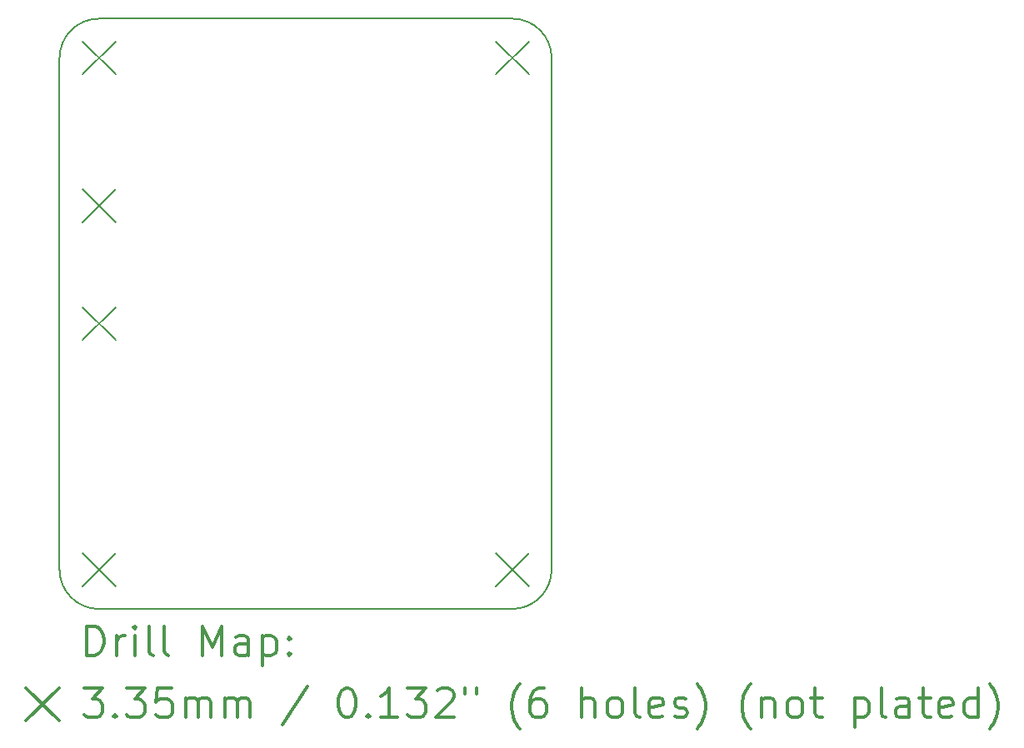
<source format=gbr>
%FSLAX45Y45*%
G04 Gerber Fmt 4.5, Leading zero omitted, Abs format (unit mm)*
G04 Created by KiCad (PCBNEW (5.1.5)-3) date 2020-09-07 21:35:08*
%MOMM*%
%LPD*%
G04 APERTURE LIST*
%TA.AperFunction,Profile*%
%ADD10C,0.150000*%
%TD*%
%ADD11C,0.200000*%
%ADD12C,0.300000*%
G04 APERTURE END LIST*
D10*
X0Y5600000D02*
G75*
G02X400000Y6000000I400000J0D01*
G01*
X400000Y0D02*
G75*
G02X0Y400000I0J400000D01*
G01*
X5000000Y400000D02*
G75*
G02X4600000Y0I-400000J0D01*
G01*
X4600000Y6000000D02*
G75*
G02X5000000Y5600000I0J-400000D01*
G01*
X400000Y0D02*
X4600000Y0D01*
X400000Y6000000D02*
X4600000Y6000000D01*
X5000000Y400000D02*
X5000000Y5600000D01*
X0Y400000D02*
X0Y5600000D01*
D11*
X232500Y567500D02*
X567500Y232500D01*
X567500Y567500D02*
X232500Y232500D01*
X232500Y3067500D02*
X567500Y2732500D01*
X567500Y3067500D02*
X232500Y2732500D01*
X232500Y4267500D02*
X567500Y3932500D01*
X567500Y4267500D02*
X232500Y3932500D01*
X232500Y5767500D02*
X567500Y5432500D01*
X567500Y5767500D02*
X232500Y5432500D01*
X4432500Y5767500D02*
X4767500Y5432500D01*
X4767500Y5767500D02*
X4432500Y5432500D01*
X4432500Y567500D02*
X4767500Y232500D01*
X4767500Y567500D02*
X4432500Y232500D01*
D12*
X278928Y-473214D02*
X278928Y-173214D01*
X350357Y-173214D01*
X393214Y-187500D01*
X421786Y-216071D01*
X436071Y-244643D01*
X450357Y-301786D01*
X450357Y-344643D01*
X436071Y-401786D01*
X421786Y-430357D01*
X393214Y-458929D01*
X350357Y-473214D01*
X278928Y-473214D01*
X578928Y-473214D02*
X578928Y-273214D01*
X578928Y-330357D02*
X593214Y-301786D01*
X607500Y-287500D01*
X636071Y-273214D01*
X664643Y-273214D01*
X764643Y-473214D02*
X764643Y-273214D01*
X764643Y-173214D02*
X750357Y-187500D01*
X764643Y-201786D01*
X778928Y-187500D01*
X764643Y-173214D01*
X764643Y-201786D01*
X950357Y-473214D02*
X921786Y-458929D01*
X907500Y-430357D01*
X907500Y-173214D01*
X1107500Y-473214D02*
X1078928Y-458929D01*
X1064643Y-430357D01*
X1064643Y-173214D01*
X1450357Y-473214D02*
X1450357Y-173214D01*
X1550357Y-387500D01*
X1650357Y-173214D01*
X1650357Y-473214D01*
X1921786Y-473214D02*
X1921786Y-316072D01*
X1907500Y-287500D01*
X1878928Y-273214D01*
X1821786Y-273214D01*
X1793214Y-287500D01*
X1921786Y-458929D02*
X1893214Y-473214D01*
X1821786Y-473214D01*
X1793214Y-458929D01*
X1778928Y-430357D01*
X1778928Y-401786D01*
X1793214Y-373214D01*
X1821786Y-358929D01*
X1893214Y-358929D01*
X1921786Y-344643D01*
X2064643Y-273214D02*
X2064643Y-573214D01*
X2064643Y-287500D02*
X2093214Y-273214D01*
X2150357Y-273214D01*
X2178928Y-287500D01*
X2193214Y-301786D01*
X2207500Y-330357D01*
X2207500Y-416071D01*
X2193214Y-444643D01*
X2178928Y-458929D01*
X2150357Y-473214D01*
X2093214Y-473214D01*
X2064643Y-458929D01*
X2336071Y-444643D02*
X2350357Y-458929D01*
X2336071Y-473214D01*
X2321786Y-458929D01*
X2336071Y-444643D01*
X2336071Y-473214D01*
X2336071Y-287500D02*
X2350357Y-301786D01*
X2336071Y-316072D01*
X2321786Y-301786D01*
X2336071Y-287500D01*
X2336071Y-316072D01*
X-342500Y-800000D02*
X-7500Y-1135000D01*
X-7500Y-800000D02*
X-342500Y-1135000D01*
X250357Y-803214D02*
X436071Y-803214D01*
X336071Y-917500D01*
X378928Y-917500D01*
X407500Y-931786D01*
X421786Y-946071D01*
X436071Y-974643D01*
X436071Y-1046071D01*
X421786Y-1074643D01*
X407500Y-1088929D01*
X378928Y-1103214D01*
X293214Y-1103214D01*
X264643Y-1088929D01*
X250357Y-1074643D01*
X564643Y-1074643D02*
X578928Y-1088929D01*
X564643Y-1103214D01*
X550357Y-1088929D01*
X564643Y-1074643D01*
X564643Y-1103214D01*
X678928Y-803214D02*
X864643Y-803214D01*
X764643Y-917500D01*
X807500Y-917500D01*
X836071Y-931786D01*
X850357Y-946071D01*
X864643Y-974643D01*
X864643Y-1046071D01*
X850357Y-1074643D01*
X836071Y-1088929D01*
X807500Y-1103214D01*
X721786Y-1103214D01*
X693214Y-1088929D01*
X678928Y-1074643D01*
X1136071Y-803214D02*
X993214Y-803214D01*
X978928Y-946071D01*
X993214Y-931786D01*
X1021786Y-917500D01*
X1093214Y-917500D01*
X1121786Y-931786D01*
X1136071Y-946071D01*
X1150357Y-974643D01*
X1150357Y-1046071D01*
X1136071Y-1074643D01*
X1121786Y-1088929D01*
X1093214Y-1103214D01*
X1021786Y-1103214D01*
X993214Y-1088929D01*
X978928Y-1074643D01*
X1278928Y-1103214D02*
X1278928Y-903214D01*
X1278928Y-931786D02*
X1293214Y-917500D01*
X1321786Y-903214D01*
X1364643Y-903214D01*
X1393214Y-917500D01*
X1407500Y-946071D01*
X1407500Y-1103214D01*
X1407500Y-946071D02*
X1421786Y-917500D01*
X1450357Y-903214D01*
X1493214Y-903214D01*
X1521786Y-917500D01*
X1536071Y-946071D01*
X1536071Y-1103214D01*
X1678928Y-1103214D02*
X1678928Y-903214D01*
X1678928Y-931786D02*
X1693214Y-917500D01*
X1721786Y-903214D01*
X1764643Y-903214D01*
X1793214Y-917500D01*
X1807500Y-946071D01*
X1807500Y-1103214D01*
X1807500Y-946071D02*
X1821786Y-917500D01*
X1850357Y-903214D01*
X1893214Y-903214D01*
X1921786Y-917500D01*
X1936071Y-946071D01*
X1936071Y-1103214D01*
X2521786Y-788929D02*
X2264643Y-1174643D01*
X2907500Y-803214D02*
X2936071Y-803214D01*
X2964643Y-817500D01*
X2978928Y-831786D01*
X2993214Y-860357D01*
X3007500Y-917500D01*
X3007500Y-988929D01*
X2993214Y-1046071D01*
X2978928Y-1074643D01*
X2964643Y-1088929D01*
X2936071Y-1103214D01*
X2907500Y-1103214D01*
X2878928Y-1088929D01*
X2864643Y-1074643D01*
X2850357Y-1046071D01*
X2836071Y-988929D01*
X2836071Y-917500D01*
X2850357Y-860357D01*
X2864643Y-831786D01*
X2878928Y-817500D01*
X2907500Y-803214D01*
X3136071Y-1074643D02*
X3150357Y-1088929D01*
X3136071Y-1103214D01*
X3121786Y-1088929D01*
X3136071Y-1074643D01*
X3136071Y-1103214D01*
X3436071Y-1103214D02*
X3264643Y-1103214D01*
X3350357Y-1103214D02*
X3350357Y-803214D01*
X3321786Y-846071D01*
X3293214Y-874643D01*
X3264643Y-888929D01*
X3536071Y-803214D02*
X3721786Y-803214D01*
X3621786Y-917500D01*
X3664643Y-917500D01*
X3693214Y-931786D01*
X3707500Y-946071D01*
X3721786Y-974643D01*
X3721786Y-1046071D01*
X3707500Y-1074643D01*
X3693214Y-1088929D01*
X3664643Y-1103214D01*
X3578928Y-1103214D01*
X3550357Y-1088929D01*
X3536071Y-1074643D01*
X3836071Y-831786D02*
X3850357Y-817500D01*
X3878928Y-803214D01*
X3950357Y-803214D01*
X3978928Y-817500D01*
X3993214Y-831786D01*
X4007500Y-860357D01*
X4007500Y-888929D01*
X3993214Y-931786D01*
X3821786Y-1103214D01*
X4007500Y-1103214D01*
X4121786Y-803214D02*
X4121786Y-860357D01*
X4236071Y-803214D02*
X4236071Y-860357D01*
X4678928Y-1217500D02*
X4664643Y-1203214D01*
X4636071Y-1160357D01*
X4621786Y-1131786D01*
X4607500Y-1088929D01*
X4593214Y-1017500D01*
X4593214Y-960357D01*
X4607500Y-888929D01*
X4621786Y-846071D01*
X4636071Y-817500D01*
X4664643Y-774643D01*
X4678928Y-760357D01*
X4921786Y-803214D02*
X4864643Y-803214D01*
X4836071Y-817500D01*
X4821786Y-831786D01*
X4793214Y-874643D01*
X4778928Y-931786D01*
X4778928Y-1046071D01*
X4793214Y-1074643D01*
X4807500Y-1088929D01*
X4836071Y-1103214D01*
X4893214Y-1103214D01*
X4921786Y-1088929D01*
X4936071Y-1074643D01*
X4950357Y-1046071D01*
X4950357Y-974643D01*
X4936071Y-946071D01*
X4921786Y-931786D01*
X4893214Y-917500D01*
X4836071Y-917500D01*
X4807500Y-931786D01*
X4793214Y-946071D01*
X4778928Y-974643D01*
X5307500Y-1103214D02*
X5307500Y-803214D01*
X5436071Y-1103214D02*
X5436071Y-946071D01*
X5421786Y-917500D01*
X5393214Y-903214D01*
X5350357Y-903214D01*
X5321786Y-917500D01*
X5307500Y-931786D01*
X5621786Y-1103214D02*
X5593214Y-1088929D01*
X5578928Y-1074643D01*
X5564643Y-1046071D01*
X5564643Y-960357D01*
X5578928Y-931786D01*
X5593214Y-917500D01*
X5621786Y-903214D01*
X5664643Y-903214D01*
X5693214Y-917500D01*
X5707500Y-931786D01*
X5721786Y-960357D01*
X5721786Y-1046071D01*
X5707500Y-1074643D01*
X5693214Y-1088929D01*
X5664643Y-1103214D01*
X5621786Y-1103214D01*
X5893214Y-1103214D02*
X5864643Y-1088929D01*
X5850357Y-1060357D01*
X5850357Y-803214D01*
X6121786Y-1088929D02*
X6093214Y-1103214D01*
X6036071Y-1103214D01*
X6007500Y-1088929D01*
X5993214Y-1060357D01*
X5993214Y-946071D01*
X6007500Y-917500D01*
X6036071Y-903214D01*
X6093214Y-903214D01*
X6121786Y-917500D01*
X6136071Y-946071D01*
X6136071Y-974643D01*
X5993214Y-1003214D01*
X6250357Y-1088929D02*
X6278928Y-1103214D01*
X6336071Y-1103214D01*
X6364643Y-1088929D01*
X6378928Y-1060357D01*
X6378928Y-1046071D01*
X6364643Y-1017500D01*
X6336071Y-1003214D01*
X6293214Y-1003214D01*
X6264643Y-988929D01*
X6250357Y-960357D01*
X6250357Y-946071D01*
X6264643Y-917500D01*
X6293214Y-903214D01*
X6336071Y-903214D01*
X6364643Y-917500D01*
X6478928Y-1217500D02*
X6493214Y-1203214D01*
X6521786Y-1160357D01*
X6536071Y-1131786D01*
X6550357Y-1088929D01*
X6564643Y-1017500D01*
X6564643Y-960357D01*
X6550357Y-888929D01*
X6536071Y-846071D01*
X6521786Y-817500D01*
X6493214Y-774643D01*
X6478928Y-760357D01*
X7021786Y-1217500D02*
X7007500Y-1203214D01*
X6978928Y-1160357D01*
X6964643Y-1131786D01*
X6950357Y-1088929D01*
X6936071Y-1017500D01*
X6936071Y-960357D01*
X6950357Y-888929D01*
X6964643Y-846071D01*
X6978928Y-817500D01*
X7007500Y-774643D01*
X7021786Y-760357D01*
X7136071Y-903214D02*
X7136071Y-1103214D01*
X7136071Y-931786D02*
X7150357Y-917500D01*
X7178928Y-903214D01*
X7221786Y-903214D01*
X7250357Y-917500D01*
X7264643Y-946071D01*
X7264643Y-1103214D01*
X7450357Y-1103214D02*
X7421786Y-1088929D01*
X7407500Y-1074643D01*
X7393214Y-1046071D01*
X7393214Y-960357D01*
X7407500Y-931786D01*
X7421786Y-917500D01*
X7450357Y-903214D01*
X7493214Y-903214D01*
X7521786Y-917500D01*
X7536071Y-931786D01*
X7550357Y-960357D01*
X7550357Y-1046071D01*
X7536071Y-1074643D01*
X7521786Y-1088929D01*
X7493214Y-1103214D01*
X7450357Y-1103214D01*
X7636071Y-903214D02*
X7750357Y-903214D01*
X7678928Y-803214D02*
X7678928Y-1060357D01*
X7693214Y-1088929D01*
X7721786Y-1103214D01*
X7750357Y-1103214D01*
X8078928Y-903214D02*
X8078928Y-1203214D01*
X8078928Y-917500D02*
X8107500Y-903214D01*
X8164643Y-903214D01*
X8193214Y-917500D01*
X8207500Y-931786D01*
X8221786Y-960357D01*
X8221786Y-1046071D01*
X8207500Y-1074643D01*
X8193214Y-1088929D01*
X8164643Y-1103214D01*
X8107500Y-1103214D01*
X8078928Y-1088929D01*
X8393214Y-1103214D02*
X8364643Y-1088929D01*
X8350357Y-1060357D01*
X8350357Y-803214D01*
X8636071Y-1103214D02*
X8636071Y-946071D01*
X8621786Y-917500D01*
X8593214Y-903214D01*
X8536071Y-903214D01*
X8507500Y-917500D01*
X8636071Y-1088929D02*
X8607500Y-1103214D01*
X8536071Y-1103214D01*
X8507500Y-1088929D01*
X8493214Y-1060357D01*
X8493214Y-1031786D01*
X8507500Y-1003214D01*
X8536071Y-988929D01*
X8607500Y-988929D01*
X8636071Y-974643D01*
X8736071Y-903214D02*
X8850357Y-903214D01*
X8778928Y-803214D02*
X8778928Y-1060357D01*
X8793214Y-1088929D01*
X8821786Y-1103214D01*
X8850357Y-1103214D01*
X9064643Y-1088929D02*
X9036071Y-1103214D01*
X8978928Y-1103214D01*
X8950357Y-1088929D01*
X8936071Y-1060357D01*
X8936071Y-946071D01*
X8950357Y-917500D01*
X8978928Y-903214D01*
X9036071Y-903214D01*
X9064643Y-917500D01*
X9078928Y-946071D01*
X9078928Y-974643D01*
X8936071Y-1003214D01*
X9336071Y-1103214D02*
X9336071Y-803214D01*
X9336071Y-1088929D02*
X9307500Y-1103214D01*
X9250357Y-1103214D01*
X9221786Y-1088929D01*
X9207500Y-1074643D01*
X9193214Y-1046071D01*
X9193214Y-960357D01*
X9207500Y-931786D01*
X9221786Y-917500D01*
X9250357Y-903214D01*
X9307500Y-903214D01*
X9336071Y-917500D01*
X9450357Y-1217500D02*
X9464643Y-1203214D01*
X9493214Y-1160357D01*
X9507500Y-1131786D01*
X9521786Y-1088929D01*
X9536071Y-1017500D01*
X9536071Y-960357D01*
X9521786Y-888929D01*
X9507500Y-846071D01*
X9493214Y-817500D01*
X9464643Y-774643D01*
X9450357Y-760357D01*
M02*

</source>
